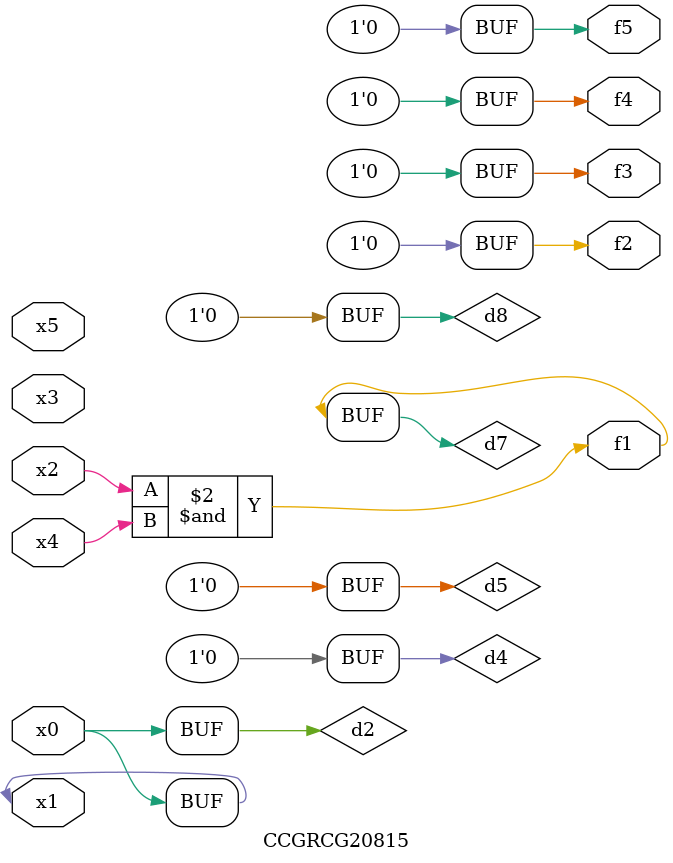
<source format=v>
module CCGRCG20815(
	input x0, x1, x2, x3, x4, x5,
	output f1, f2, f3, f4, f5
);

	wire d1, d2, d3, d4, d5, d6, d7, d8, d9;

	nand (d1, x1);
	buf (d2, x0, x1);
	nand (d3, x2, x4);
	and (d4, d1, d2);
	and (d5, d1, d2);
	nand (d6, d1, d3);
	not (d7, d3);
	xor (d8, d5);
	nor (d9, d5, d6);
	assign f1 = d7;
	assign f2 = d8;
	assign f3 = d8;
	assign f4 = d8;
	assign f5 = d8;
endmodule

</source>
